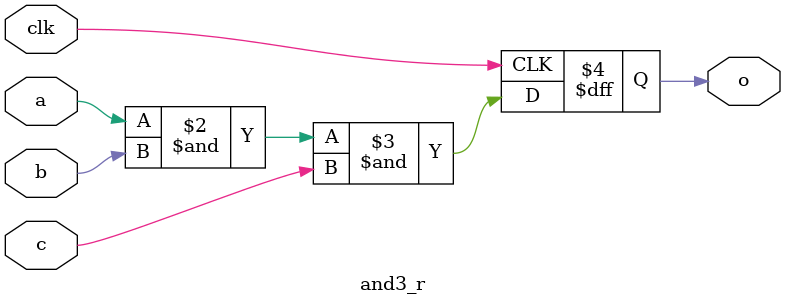
<source format=v>
module and3_r(
    input a,
    input b,
    input c,
    input clk,
    output reg o
);

always @ (posedge clk) begin
    o <= a & b & c;
end

endmodule
</source>
